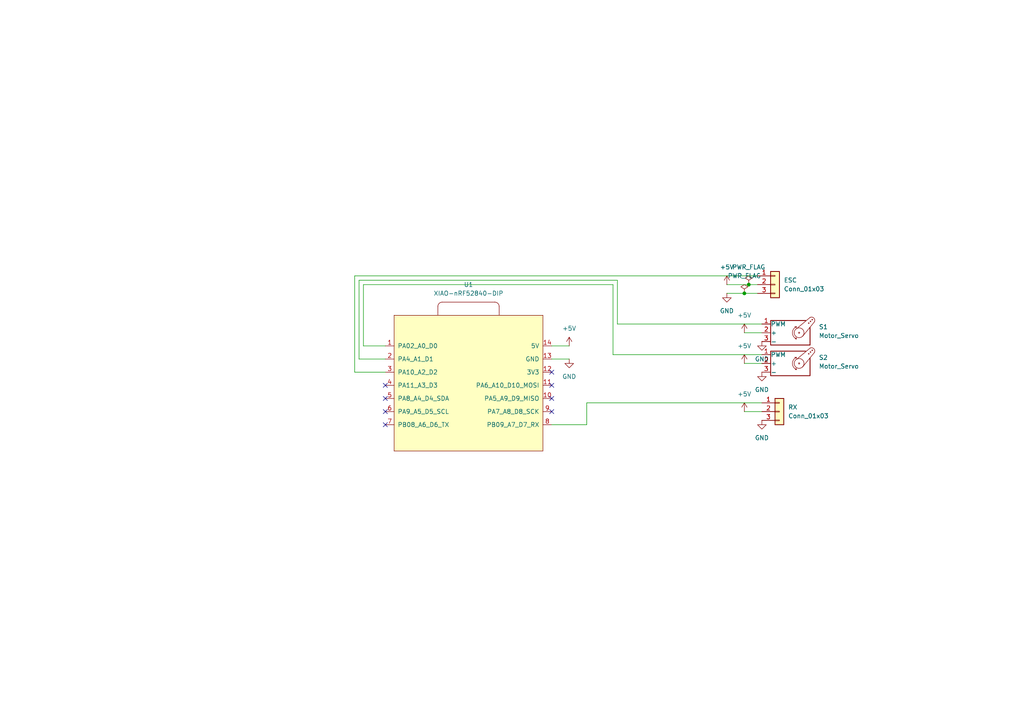
<source format=kicad_sch>
(kicad_sch (version 20250114) (generator "eeschema") (generator_version "9.0")
  (paper "A4")
  (lib_symbols
    (symbol "Connector_Generic:Conn_01x03" (pin_names (offset 1.016) (hide yes))
      (property "Reference" "J" (at 0 5.08 0))
      (property "Value" "Conn_01x03" (at 0 -5.08 0))
      (symbol "Conn_01x03_1_1"
        (rectangle (start -1.27 3.81) (end 1.27 -3.81) (stroke (width 0.254)) (fill (type background)))
        (rectangle (start -1.27 2.667) (end 0 2.413) (stroke (width 0.1524)))
        (rectangle (start -1.27 0.127) (end 0 -0.127) (stroke (width 0.1524)))
        (rectangle (start -1.27 -2.413) (end 0 -2.667) (stroke (width 0.1524)))
        (pin passive line (at -5.08 2.54 0) (length 3.81) (name "Pin_1") (number "1"))
        (pin passive line (at -5.08 0 0) (length 3.81) (name "Pin_2") (number "2"))
        (pin passive line (at -5.08 -2.54 0) (length 3.81) (name "Pin_3") (number "3"))
      )
    )
    (symbol "Motor:Motor_Servo" (pin_names (offset 0.0254))
      (property "Reference" "M" (at -5.08 4.445 0))
      (property "Value" "Motor_Servo" (at -5.08 -4.064 0))
      (symbol "Motor_Servo_0_1"
        (polyline (pts (xy 2.413 1.778) (xy 1.905 1.778)))
        (polyline (pts (xy 2.413 1.778) (xy 2.286 1.397)))
        (polyline (pts (xy 2.413 -1.778) (xy 2.032 -1.778)))
        (polyline (pts (xy 2.413 -1.778) (xy 2.286 -1.397)))
        (arc (start 2.413 -1.778) (mid 1.2406 0) (end 2.413 1.778))
        (circle (center 3.175 0) (radius 0.1778))
        (circle (center 3.175 0) (radius 1.4224))
        (polyline (pts (xy 5.08 3.556) (xy -5.08 3.556) (xy -5.08 -3.556) (xy 6.35 -3.556) (xy 6.35 1.524)) (stroke (width 0.254)))
        (circle (center 5.969 2.794) (radius 0.127))
        (polyline (pts (xy 6.35 4.445) (xy 2.54 1.27)))
        (circle (center 6.477 3.302) (radius 0.127))
        (arc (start 6.35 4.445) (mid 7.4487 4.2737) (end 7.62 3.175))
        (circle (center 6.985 3.81) (radius 0.127))
        (polyline (pts (xy 7.62 3.175) (xy 4.191 -1.016)))
      )
      (symbol "Motor_Servo_1_1"
        (pin passive line (at -7.62 2.54 0) (length 2.54) (name "PWM") (number "1"))
        (pin passive line (at -7.62 0 0) (length 2.54) (name "+") (number "2"))
        (pin passive line (at -7.62 -2.54 0) (length 2.54) (name "-") (number "3"))
      )
    )
    (symbol "Xiao nrf52840 Sense:XIAO-nRF52840-DIP" (pin_names (offset 1.016))
      (property "Reference" "U" (at -21.082 21.336 0))
      (property "Value" "XIAO-nRF52840-DIP" (at -11.684 -21.082 0))
      (symbol "XIAO-nRF52840-DIP_1_1"
        (rectangle (start -21.59 20.32) (end 21.59 -19.05) (fill (type background)))
        (polyline (pts (xy -8.89 22.86) (xy -8.89 20.32)))
        (polyline (pts (xy -7.62 24.13) (xy 7.62 24.13)))
        (arc (start -8.89 22.86) (mid -8.518 23.758) (end -7.62 24.13))
        (arc (start 7.62 24.13) (mid 7.62 24.13) (end 7.62 24.13))
        (arc (start 7.62 24.13) (mid 8.518 23.758) (end 8.89 22.86))
        (polyline (pts (xy 8.89 22.86) (xy 8.89 20.32)))
        (arc (start 8.89 22.86) (mid 8.89 22.86) (end 8.89 22.86))
        (pin passive line (at -24.13 11.43 0) (length 2.54) (name "PA02_A0_D0") (number "1"))
        (pin passive line (at -24.13 7.62 0) (length 2.54) (name "PA4_A1_D1") (number "2"))
        (pin passive line (at -24.13 3.81 0) (length 2.54) (name "PA10_A2_D2") (number "3"))
        (pin passive line (at -24.13 0 0) (length 2.54) (name "PA11_A3_D3") (number "4"))
        (pin passive line (at -24.13 -3.81 0) (length 2.54) (name "PA8_A4_D4_SDA") (number "5"))
        (pin passive line (at -24.13 -7.62 0) (length 2.54) (name "PA9_A5_D5_SCL") (number "6"))
        (pin passive line (at -24.13 -11.43 0) (length 2.54) (name "PB08_A6_D6_TX") (number "7"))
        (pin passive line (at 24.13 11.43 180) (length 2.54) (name "5V") (number "14"))
        (pin passive line (at 24.13 7.62 180) (length 2.54) (name "GND") (number "13"))
        (pin passive line (at 24.13 3.81 180) (length 2.54) (name "3V3") (number "12"))
        (pin passive line (at 24.13 0 180) (length 2.54) (name "PA6_A10_D10_MOSI") (number "11"))
        (pin passive line (at 24.13 -3.81 180) (length 2.54) (name "PA5_A9_D9_MISO") (number "10"))
        (pin passive line (at 24.13 -7.62 180) (length 2.54) (name "PA7_A8_D8_SCK") (number "9"))
        (pin passive line (at 24.13 -11.43 180) (length 2.54) (name "PB09_A7_D7_RX") (number "8"))
      )
    )
    (symbol "power:+5V" (power) (pin_numbers (hide yes)) (pin_names (offset 0) (hide yes))
      (property "Value" "+5V" (at 0 3.556 0))
      (symbol "+5V_0_1"
        (polyline (pts (xy -0.762 1.27) (xy 0 2.54)))
        (polyline (pts (xy 0 2.54) (xy 0.762 1.27)))
        (polyline (pts (xy 0 0) (xy 0 2.54)))
      )
      (symbol "+5V_1_1"
        (pin power_in line (at 0 0 90) (length 0) (name "~") (number "1"))
      )
    )
    (symbol "power:GND" (power) (pin_numbers (hide yes)) (pin_names (offset 0) (hide yes))
      (property "Value" "GND" (at 0 -3.81 0))
      (symbol "GND_0_1"
        (polyline (pts (xy 0 0) (xy 0 -1.27) (xy 1.27 -1.27) (xy 0 -2.54) (xy -1.27 -1.27) (xy 0 -1.27)))
      )
      (symbol "GND_1_1"
        (pin power_in line (at 0 0 270) (length 0) (name "~") (number "1"))
      )
    )
    (symbol "power:PWR_FLAG" (power) (pin_numbers (hide yes)) (pin_names (offset 0) (hide yes))
      (property "Value" "PWR_FLAG" (at 0 3.81 0))
      (symbol "PWR_FLAG_0_0"
        (pin power_out line (at 0 0 90) (length 0) (name "~") (number "1"))
      )
      (symbol "PWR_FLAG_0_1"
        (polyline (pts (xy 0 0) (xy 0 1.27) (xy -1.016 1.905) (xy 0 2.54) (xy 1.016 1.905) (xy 0 1.27)))
      )
    )
  )
  (junction (at 217.17 82.55))
  (junction (at 215.9 85.09))
  (no_connect (at 160.02 111.76))
  (no_connect (at 111.76 123.19))
  (no_connect (at 160.02 115.57))
  (no_connect (at 111.76 119.38))
  (no_connect (at 111.76 115.57))
  (no_connect (at 160.02 119.38))
  (no_connect (at 111.76 111.76))
  (no_connect (at 160.02 107.95))
  (wire (pts (xy 160.02 100.33) (xy 165.1 100.33)))
  (wire (pts (xy 179.07 81.28) (xy 104.14 81.28)))
  (wire (pts (xy 220.98 93.98) (xy 179.07 93.98)))
  (wire (pts (xy 210.82 85.09) (xy 215.9 85.09)))
  (wire (pts (xy 215.9 105.41) (xy 220.98 105.41)))
  (wire (pts (xy 215.9 85.09) (xy 219.71 85.09)))
  (wire (pts (xy 215.9 96.52) (xy 220.98 96.52)))
  (wire (pts (xy 170.18 116.84) (xy 220.98 116.84)))
  (wire (pts (xy 170.18 116.84) (xy 170.18 123.19)))
  (wire (pts (xy 217.17 82.55) (xy 219.71 82.55)))
  (wire (pts (xy 105.41 82.55) (xy 177.8 82.55)))
  (wire (pts (xy 102.87 80.01) (xy 102.87 107.95)))
  (wire (pts (xy 215.9 119.38) (xy 220.98 119.38)))
  (wire (pts (xy 102.87 107.95) (xy 111.76 107.95)))
  (wire (pts (xy 177.8 82.55) (xy 177.8 102.87)))
  (wire (pts (xy 219.71 80.01) (xy 102.87 80.01)))
  (wire (pts (xy 104.14 81.28) (xy 104.14 104.14)))
  (wire (pts (xy 170.18 123.19) (xy 160.02 123.19)))
  (wire (pts (xy 160.02 104.14) (xy 165.1 104.14)))
  (wire (pts (xy 105.41 100.33) (xy 105.41 82.55)))
  (wire (pts (xy 111.76 100.33) (xy 105.41 100.33)))
  (wire (pts (xy 104.14 104.14) (xy 111.76 104.14)))
  (wire (pts (xy 177.8 102.87) (xy 220.98 102.87)))
  (wire (pts (xy 179.07 93.98) (xy 179.07 81.28)))
  (wire (pts (xy 210.82 82.55) (xy 217.17 82.55)))
  (symbol (lib_id "power:GND") (at 210.82 85.09 0) (unit 1)
    (property "Reference" "#PWR01" (effects (hide yes)))
    (property "Value" "GND" (at 210.82 90.17 0))
    (property "Description" "Power symbol creates a global label with name \"GND\" , ground" (effects (hide yes)))
  )
  (symbol (lib_id "Motor:Motor_Servo") (at 228.6 96.52 0) (unit 1)
    (property "Reference" "S1" (at 237.49 94.8168 0) (effects (justify left)))
    (property "Value" "Motor_Servo" (at 237.49 97.3568 0) (effects (justify left)))
    (property "Footprint" "Connector_PinHeader_2.54mm:PinHeader_1x03_P2.54mm_Vertical" (effects (hide yes)))
    (property "Datasheet" "http://forums.parallax.com/uploads/attachments/46831/74481.png" (effects (hide yes)))
    (property "Description" "Servo Motor (Futaba, HiTec, JR connector)" (effects (hide yes)))
  )
  (symbol (lib_id "power:PWR_FLAG") (at 215.9 85.09 0) (unit 1)
    (property "Reference" "#FLG02" (effects (hide yes)))
    (property "Value" "PWR_FLAG" (at 215.9 80.01 0))
    (property "Description" "Special symbol for telling ERC where power comes from" (effects (hide yes)))
  )
  (symbol (lib_id "Connector_Generic:Conn_01x03") (at 226.06 119.38 0) (unit 1)
    (property "Reference" "RX" (at 228.6 118.1099 0) (effects (justify left)))
    (property "Value" "Conn_01x03" (at 228.6 120.6499 0) (effects (justify left)))
    (property "Footprint" "Connector_PinHeader_2.54mm:PinHeader_1x03_P2.54mm_Vertical" (effects (hide yes)))
    (property "Description" "Generic connector, single row, 01x03, script generated (kicad-library-utils/schlib/autogen/connector/)" (effects (hide yes)))
  )
  (symbol (lib_id "power:GND") (at 220.98 107.95 0) (unit 1)
    (property "Reference" "#PWR03" (effects (hide yes)))
    (property "Value" "GND" (at 220.98 113.03 0))
    (property "Description" "Power symbol creates a global label with name \"GND\" , ground" (effects (hide yes)))
  )
  (symbol (lib_id "power:+5V") (at 210.82 82.55 0) (unit 1)
    (property "Reference" "#PWR06" (effects (hide yes)))
    (property "Value" "+5V" (at 210.82 77.47 0))
    (property "Description" "Power symbol creates a global label with name \"+5V\"" (effects (hide yes)))
  )
  (symbol (lib_id "power:+5V") (at 215.9 96.52 0) (unit 1)
    (property "Reference" "#PWR010" (effects (hide yes)))
    (property "Value" "+5V" (at 215.9 91.44 0))
    (property "Description" "Power symbol creates a global label with name \"+5V\"" (effects (hide yes)))
  )
  (symbol (lib_id "power:+5V") (at 215.9 105.41 0) (unit 1)
    (property "Reference" "#PWR07" (effects (hide yes)))
    (property "Value" "+5V" (at 215.9 100.33 0))
    (property "Description" "Power symbol creates a global label with name \"+5V\"" (effects (hide yes)))
  )
  (symbol (lib_id "power:+5V") (at 215.9 119.38 0) (unit 1)
    (property "Reference" "#PWR08" (effects (hide yes)))
    (property "Value" "+5V" (at 215.9 114.3 0))
    (property "Description" "Power symbol creates a global label with name \"+5V\"" (effects (hide yes)))
  )
  (symbol (lib_id "Connector_Generic:Conn_01x03") (at 224.79 82.55 0) (unit 1)
    (property "Reference" "ESC" (at 227.33 81.2799 0) (effects (justify left)))
    (property "Value" "Conn_01x03" (at 227.33 83.8199 0) (effects (justify left)))
    (property "Footprint" "Connector_PinHeader_2.54mm:PinHeader_1x03_P2.54mm_Vertical" (effects (hide yes)))
    (property "Description" "Generic connector, single row, 01x03, script generated (kicad-library-utils/schlib/autogen/connector/)" (effects (hide yes)))
  )
  (symbol (lib_id "power:GND") (at 220.98 99.06 0) (unit 1)
    (property "Reference" "#PWR02" (effects (hide yes)))
    (property "Value" "GND" (at 220.98 104.14 0))
    (property "Description" "Power symbol creates a global label with name \"GND\" , ground" (effects (hide yes)))
  )
  (symbol (lib_id "power:GND") (at 165.1 104.14 0) (unit 1)
    (property "Reference" "#PWR05" (effects (hide yes)))
    (property "Value" "GND" (at 165.1 109.22 0))
    (property "Description" "Power symbol creates a global label with name \"GND\" , ground" (effects (hide yes)))
  )
  (symbol (lib_id "power:PWR_FLAG") (at 217.17 82.55 0) (unit 1)
    (property "Reference" "#FLG01" (effects (hide yes)))
    (property "Value" "PWR_FLAG" (at 217.17 77.47 0))
    (property "Description" "Special symbol for telling ERC where power comes from" (effects (hide yes)))
  )
  (symbol (lib_id "Motor:Motor_Servo") (at 228.6 105.41 0) (unit 1)
    (property "Reference" "S2" (at 237.49 103.7068 0) (effects (justify left)))
    (property "Value" "Motor_Servo" (at 237.49 106.2468 0) (effects (justify left)))
    (property "Footprint" "Connector_PinHeader_2.54mm:PinHeader_1x03_P2.54mm_Vertical" (effects (hide yes)))
    (property "Datasheet" "http://forums.parallax.com/uploads/attachments/46831/74481.png" (effects (hide yes)))
    (property "Description" "Servo Motor (Futaba, HiTec, JR connector)" (effects (hide yes)))
  )
  (symbol (lib_id "power:GND") (at 220.98 121.92 0) (unit 1)
    (property "Reference" "#PWR04" (effects (hide yes)))
    (property "Value" "GND" (at 220.98 127 0))
    (property "Description" "Power symbol creates a global label with name \"GND\" , ground" (effects (hide yes)))
  )
  (symbol (lib_id "Xiao nrf52840 Sense:XIAO-nRF52840-DIP") (at 135.89 111.76 0) (unit 1)
    (property "Reference" "U1" (at 135.89 82.55 0))
    (property "Value" "XIAO-nRF52840-DIP" (at 135.89 85.09 0))
    (property "Footprint" "KiCAD:XIAO-nRF52840-Plus-SMD" (effects (hide yes)))
  )
  (symbol (lib_id "power:+5V") (at 165.1 100.33 0) (unit 1)
    (property "Reference" "#PWR09" (effects (hide yes)))
    (property "Value" "+5V" (at 165.1 95.25 0))
    (property "Description" "Power symbol creates a global label with name \"+5V\"" (effects (hide yes)))
  )
)
</source>
